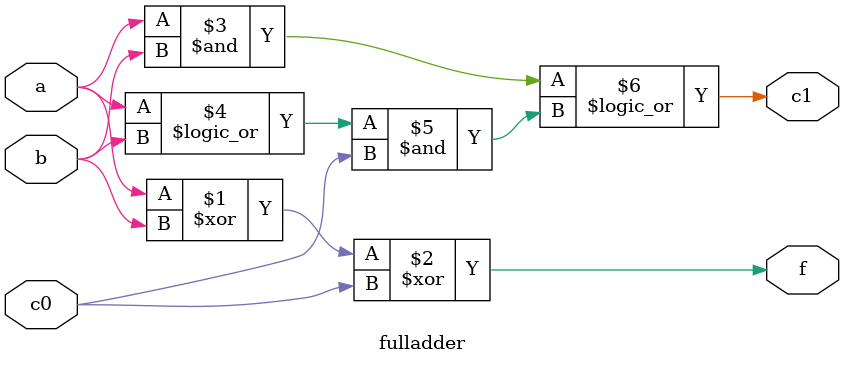
<source format=v>
`timescale 1ns / 1ps

module fulladder(a,b,c0,c1,f   );
  input a;
  input b;
  input c0;
  output c1;
  output f;
  
  assign f = a^b^c0;
  assign c1 = a&b||(a||b)&c0;

endmodule

</source>
